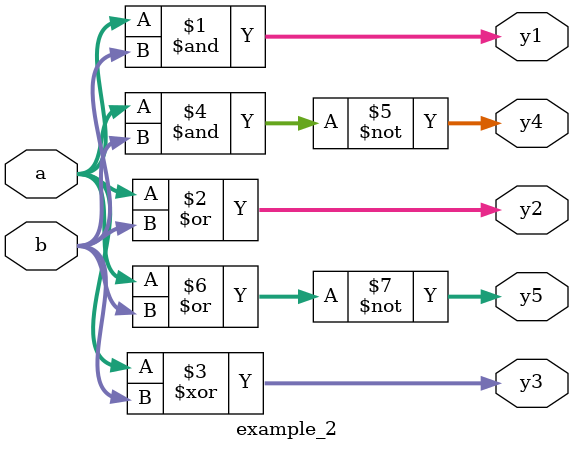
<source format=v>
module example_2(a, b, y1, y2, y3, y4, y5);

  //4-line bus inputs a and b
  input [3:0] a;
  input [3:0] b;

  //Code: 4-line bus outputs y1 through y5
  output [3:0] y1;
  output [3:0] y2;
  output [3:0] y3;
  output [3:0] y4;
  output [3:0] y5;

  assign y1 = a & b;
  assign y2 = a | b;
  assign y3 = a ^ b;
  assign y4 = ~(a & b);
  assign y5 = ~(a | b);

endmodule

</source>
